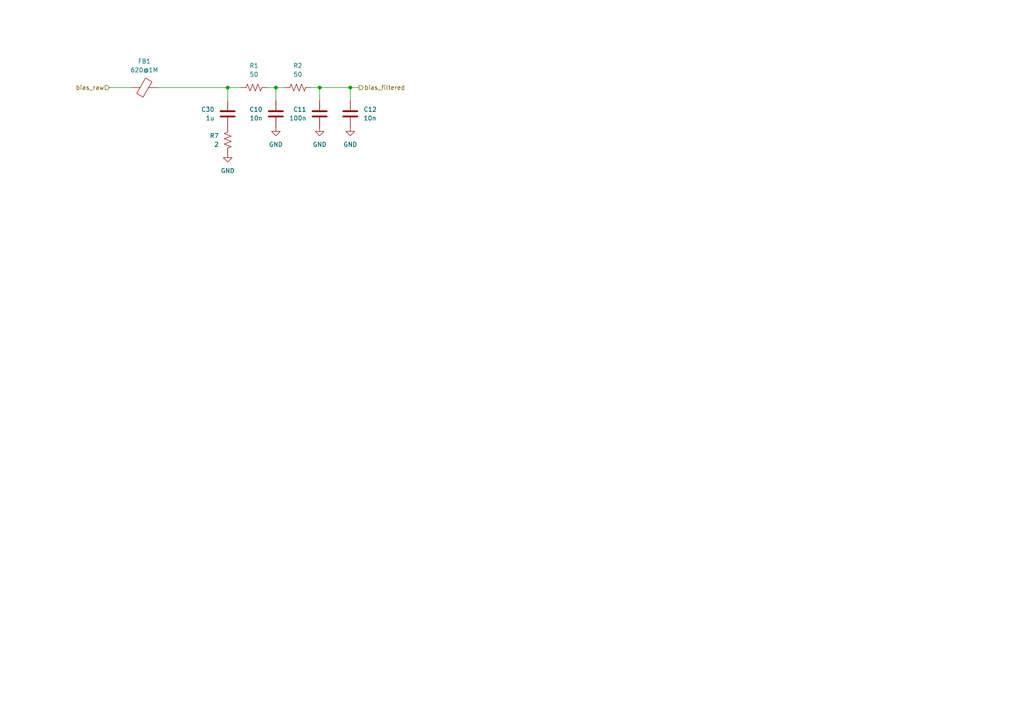
<source format=kicad_sch>
(kicad_sch (version 20231120) (generator "eeschema") (generator_version "8.0")
  (paper "A4")
  (lib_symbols
    (symbol "Device:C" (pin_numbers hide) (pin_names (offset 0.254))
      (property "Reference" "C" (at 0.635 2.54 0))
      (property "Value" "C" (at 0.635 -2.54 0))
      (symbol "C_0_1"
        (polyline (pts (xy -2.032 -0.762) (xy 2.032 -0.762)) (stroke (width 0.508)))
        (polyline (pts (xy -2.032 0.762) (xy 2.032 0.762)) (stroke (width 0.508)))
      )
      (symbol "C_1_1"
        (pin passive line (at 0 3.81 270) (length 2.794) (name "~") (number "1"))
        (pin passive line (at 0 -3.81 90) (length 2.794) (name "~") (number "2"))
      )
    )
    (symbol "Device:FerriteBead" (pin_numbers hide) (pin_names (offset 0))
      (property "Reference" "FB" (at -3.81 0.635 90))
      (property "Value" "FerriteBead" (at 3.81 0 90))
      (symbol "FerriteBead_0_1"
        (polyline (pts (xy 0 -1.27) (xy 0 -1.2192)))
        (polyline (pts (xy 0 1.27) (xy 0 1.2954)))
        (polyline (pts (xy -2.7686 0.4064) (xy -1.7018 2.2606) (xy 2.7686 -0.3048) (xy 1.6764 -2.159) (xy -2.7686 0.4064)))
      )
      (symbol "FerriteBead_1_1"
        (pin passive line (at 0 3.81 270) (length 2.54) (name "~") (number "1"))
        (pin passive line (at 0 -3.81 90) (length 2.54) (name "~") (number "2"))
      )
    )
    (symbol "Device:R_US" (pin_numbers hide) (pin_names (offset 0))
      (property "Reference" "R" (at 2.54 0 90))
      (property "Value" "R_US" (at -2.54 0 90))
      (symbol "R_US_0_1"
        (polyline (pts (xy 0 -2.286) (xy 0 -2.54)))
        (polyline (pts (xy 0 2.286) (xy 0 2.54)))
        (polyline (pts (xy 0 -0.762) (xy 1.016 -1.143) (xy 0 -1.524) (xy -1.016 -1.905) (xy 0 -2.286)))
        (polyline (pts (xy 0 0.762) (xy 1.016 0.381) (xy 0 0) (xy -1.016 -0.381) (xy 0 -0.762)))
        (polyline (pts (xy 0 2.286) (xy 1.016 1.905) (xy 0 1.524) (xy -1.016 1.143) (xy 0 0.762)))
      )
      (symbol "R_US_1_1"
        (pin passive line (at 0 3.81 270) (length 1.27) (name "~") (number "1"))
        (pin passive line (at 0 -3.81 90) (length 1.27) (name "~") (number "2"))
      )
    )
    (symbol "power:GND" (power) (pin_numbers hide) (pin_names (offset 0) hide)
      (property "Value" "GND" (at 0 -3.81 0))
      (symbol "GND_0_1"
        (polyline (pts (xy 0 0) (xy 0 -1.27) (xy 1.27 -1.27) (xy 0 -2.54) (xy -1.27 -1.27) (xy 0 -1.27)))
      )
      (symbol "GND_1_1"
        (pin power_in line (at 0 0 270) (length 0) (name "~") (number "1"))
      )
    )
  )
  (junction (at 80.01 25.4))
  (junction (at 66.04 25.4))
  (junction (at 92.71 25.4))
  (junction (at 101.6 25.4))
  (wire (pts (xy 92.71 25.4) (xy 101.6 25.4)))
  (wire (pts (xy 101.6 25.4) (xy 101.6 29.21)))
  (wire (pts (xy 77.47 25.4) (xy 80.01 25.4)))
  (wire (pts (xy 80.01 25.4) (xy 82.55 25.4)))
  (wire (pts (xy 45.72 25.4) (xy 66.04 25.4)))
  (wire (pts (xy 80.01 25.4) (xy 80.01 29.21)))
  (wire (pts (xy 92.71 25.4) (xy 92.71 29.21)))
  (wire (pts (xy 101.6 25.4) (xy 104.14 25.4)))
  (wire (pts (xy 66.04 25.4) (xy 66.04 29.21)))
  (wire (pts (xy 90.17 25.4) (xy 92.71 25.4)))
  (wire (pts (xy 66.04 25.4) (xy 69.85 25.4)))
  (wire (pts (xy 31.75 25.4) (xy 38.1 25.4)))
  (hierarchical_label "bias_raw" (shape input) (at 31.75 25.4 180))
  (hierarchical_label "bias_filtered" (shape output) (at 104.14 25.4 0))
  (symbol (lib_id "Device:FerriteBead") (at 41.91 25.4 90) (unit 1)
    (property "Reference" "FB1" (at 41.8592 17.78 90))
    (property "Value" "620@1M" (at 41.8592 20.32 90))
    (property "Footprint" "Resistor_SMD:R_1206_3216Metric" (effects (hide yes)))
    (property "Description" "Ferrite bead" (effects (hide yes)))
  )
  (symbol (lib_id "Device:C") (at 66.04 33.02 0) (mirror y) (unit 1)
    (property "Reference" "C30" (at 62.23 31.7499 0) (effects (justify left)))
    (property "Value" "1u" (at 62.23 34.2899 0) (effects (justify left)))
    (property "Footprint" "Capacitor_SMD:C_1206_3216Metric" (effects (hide yes)))
    (property "Description" "Unpolarized capacitor" (effects (hide yes)))
  )
  (symbol (lib_id "Device:C") (at 101.6 33.02 0) (unit 1)
    (property "Reference" "C12" (at 105.41 31.7499 0) (effects (justify left)))
    (property "Value" "10n" (at 105.41 34.2899 0) (effects (justify left)))
    (property "Footprint" "Capacitor_SMD:C_1206_3216Metric" (effects (hide yes)))
    (property "Description" "Unpolarized capacitor" (effects (hide yes)))
  )
  (symbol (lib_id "power:GND") (at 80.01 36.83 0) (unit 1)
    (property "Reference" "#PWR016" (effects (hide yes)))
    (property "Value" "GND" (at 80.01 41.91 0))
    (property "Description" "Power symbol creates a global label with name \"GND\" , ground" (effects (hide yes)))
  )
  (symbol (lib_id "power:GND") (at 101.6 36.83 0) (mirror y) (unit 1)
    (property "Reference" "#PWR018" (effects (hide yes)))
    (property "Value" "GND" (at 101.6 41.91 0))
    (property "Description" "Power symbol creates a global label with name \"GND\" , ground" (effects (hide yes)))
  )
  (symbol (lib_id "Device:R_US") (at 86.36 25.4 270) (unit 1)
    (property "Reference" "R2" (at 86.36 19.05 90))
    (property "Value" "50" (at 86.36 21.59 90))
    (property "Footprint" "Resistor_SMD:R_0805_2012Metric" (effects (hide yes)))
    (property "Description" "Resistor, US symbol" (effects (hide yes)))
  )
  (symbol (lib_id "power:GND") (at 92.71 36.83 0) (unit 1)
    (property "Reference" "#PWR017" (effects (hide yes)))
    (property "Value" "GND" (at 92.71 41.91 0))
    (property "Description" "Power symbol creates a global label with name \"GND\" , ground" (effects (hide yes)))
  )
  (symbol (lib_id "power:GND") (at 66.04 44.45 0) (unit 1)
    (property "Reference" "#PWR058" (effects (hide yes)))
    (property "Value" "GND" (at 66.04 49.53 0))
    (property "Description" "Power symbol creates a global label with name \"GND\" , ground" (effects (hide yes)))
  )
  (symbol (lib_id "Device:C") (at 80.01 33.02 0) (mirror y) (unit 1)
    (property "Reference" "C10" (at 76.2 31.7499 0) (effects (justify left)))
    (property "Value" "10n" (at 76.2 34.2899 0) (effects (justify left)))
    (property "Footprint" "Capacitor_SMD:C_1206_3216Metric" (effects (hide yes)))
    (property "Description" "Unpolarized capacitor" (effects (hide yes)))
  )
  (symbol (lib_id "Device:C") (at 92.71 33.02 0) (mirror y) (unit 1)
    (property "Reference" "C11" (at 88.9 31.7499 0) (effects (justify left)))
    (property "Value" "100n" (at 88.9 34.2899 0) (effects (justify left)))
    (property "Footprint" "Capacitor_SMD:C_1206_3216Metric" (effects (hide yes)))
    (property "Description" "Unpolarized capacitor" (effects (hide yes)))
  )
  (symbol (lib_id "Device:R_US") (at 73.66 25.4 270) (unit 1)
    (property "Reference" "R1" (at 73.66 19.05 90))
    (property "Value" "50" (at 73.66 21.59 90))
    (property "Footprint" "Resistor_SMD:R_0805_2012Metric" (effects (hide yes)))
    (property "Description" "Resistor, US symbol" (effects (hide yes)))
  )
  (symbol (lib_id "Device:R_US") (at 66.04 40.64 0) (mirror y) (unit 1)
    (property "Reference" "R7" (at 63.5 39.3699 0) (effects (justify left)))
    (property "Value" "2" (at 63.5 41.9099 0) (effects (justify left)))
    (property "Footprint" "Resistor_SMD:R_1206_3216Metric" (effects (hide yes)))
    (property "Description" "Resistor, US symbol" (effects (hide yes)))
  )
)
</source>
